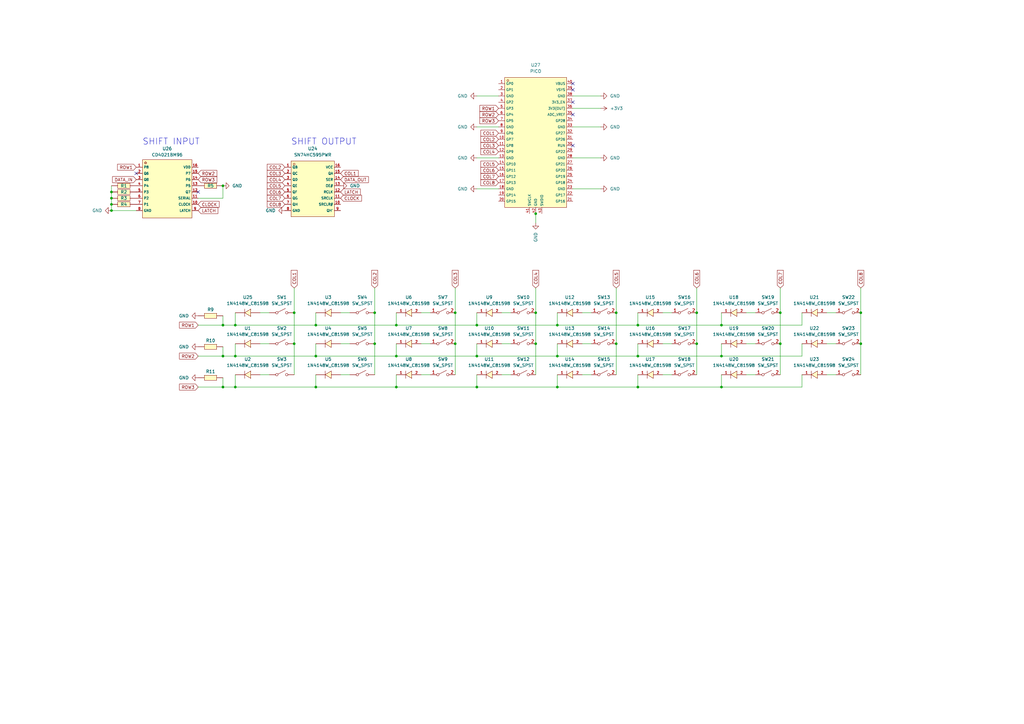
<source format=kicad_sch>
(kicad_sch (version 20230121) (generator eeschema)
  (paper "A3")
  (lib_symbols
    (symbol "0402WGF1002TCE_1" (pin_numbers hide) (pin_names hide)
      (property "Reference" "R" (at 0 1.27 0))
      (property "Value" "0402WGF1002TCE" (at 0 -2.54 0))
      (symbol "0402WGF1002TCE_1_0_1"
        (rectangle (start -2.54 1.016) (end 2.54 -1.016) (fill (type background)))
        (pin input line (at -5.08 0 0) (length 2.54) (name "1") (number "1"))
        (pin input line (at 5.08 0 180) (length 2.54) (name "2") (number "2"))
      )
    )
    (symbol "0402WGF1002TCE_2" (pin_numbers hide) (pin_names hide)
      (property "Reference" "R" (at 0 1.27 0))
      (property "Value" "0402WGF1002TCE" (at 0 -2.54 0))
      (symbol "0402WGF1002TCE_2_0_1"
        (rectangle (start -2.54 1.016) (end 2.54 -1.016) (fill (type background)))
        (pin input line (at -5.08 0 0) (length 2.54) (name "1") (number "1"))
        (pin input line (at 5.08 0 180) (length 2.54) (name "2") (number "2"))
      )
    )
    (symbol "0402WGF1002TCE_3" (pin_numbers hide) (pin_names hide)
      (property "Reference" "R" (at 0 1.27 0))
      (property "Value" "0402WGF1002TCE" (at 0 -2.54 0))
      (symbol "0402WGF1002TCE_3_0_1"
        (rectangle (start -2.54 1.016) (end 2.54 -1.016) (fill (type background)))
        (pin input line (at -5.08 0 0) (length 2.54) (name "1") (number "1"))
        (pin input line (at 5.08 0 180) (length 2.54) (name "2") (number "2"))
      )
    )
    (symbol "0402WGF1002TCE_4" (pin_numbers hide) (pin_names hide)
      (property "Reference" "R" (at 0 1.27 0))
      (property "Value" "0402WGF1002TCE" (at 0 -2.54 0))
      (symbol "0402WGF1002TCE_4_0_1"
        (rectangle (start -2.54 1.016) (end 2.54 -1.016) (fill (type background)))
        (pin input line (at -5.08 0 0) (length 2.54) (name "1") (number "1"))
        (pin input line (at 5.08 0 180) (length 2.54) (name "2") (number "2"))
      )
    )
    (symbol "0402WGF1002TCE_5" (pin_numbers hide) (pin_names hide)
      (property "Reference" "R" (at 0 1.27 0))
      (property "Value" "0402WGF1002TCE" (at 0 -2.54 0))
      (symbol "0402WGF1002TCE_5_0_1"
        (rectangle (start -2.54 1.016) (end 2.54 -1.016) (fill (type background)))
        (pin input line (at -5.08 0 0) (length 2.54) (name "1") (number "1"))
        (pin input line (at 5.08 0 180) (length 2.54) (name "2") (number "2"))
      )
    )
    (symbol "0402WGF1002TCE_6" (pin_numbers hide) (pin_names hide)
      (property "Reference" "R" (at 0 1.27 0))
      (property "Value" "0402WGF1002TCE" (at 0 -2.54 0))
      (symbol "0402WGF1002TCE_6_0_1"
        (rectangle (start -2.54 1.016) (end 2.54 -1.016) (fill (type background)))
        (pin input line (at -5.08 0 0) (length 2.54) (name "1") (number "1"))
        (pin input line (at 5.08 0 180) (length 2.54) (name "2") (number "2"))
      )
    )
    (symbol "0402WGF1002TCE_7" (pin_numbers hide) (pin_names hide)
      (property "Reference" "R" (at 0 1.27 0))
      (property "Value" "0402WGF1002TCE" (at 0 -2.54 0))
      (symbol "0402WGF1002TCE_7_0_1"
        (rectangle (start -2.54 1.016) (end 2.54 -1.016) (fill (type background)))
        (pin input line (at -5.08 0 0) (length 2.54) (name "1") (number "1"))
        (pin input line (at 5.08 0 180) (length 2.54) (name "2") (number "2"))
      )
    )
    (symbol "1N4148W_C81598_1" (pin_numbers hide) (pin_names hide)
      (property "Reference" "U" (at 0 1.27 0))
      (property "Value" "1N4148W_C81598" (at 0 -2.54 0))
      (symbol "1N4148W_C81598_1_0_1"
        (polyline (pts (xy -1.27 -1.524) (xy -1.27 1.524)))
        (polyline (pts (xy 1.27 1.524) (xy -1.27 0) (xy 1.27 -1.524) (xy 1.27 1.524)) (fill (type background)))
        (pin unspecified line (at -5.08 0 0) (length 3.81) (name "K") (number "1"))
        (pin unspecified line (at 5.08 0 180) (length 3.81) (name "A") (number "2"))
      )
    )
    (symbol "1N4148W_C81598_2" (pin_numbers hide) (pin_names hide)
      (property "Reference" "U" (at 0 1.27 0))
      (property "Value" "1N4148W_C81598" (at 0 -2.54 0))
      (symbol "1N4148W_C81598_2_0_1"
        (polyline (pts (xy -1.27 -1.524) (xy -1.27 1.524)))
        (polyline (pts (xy 1.27 1.524) (xy -1.27 0) (xy 1.27 -1.524) (xy 1.27 1.524)) (fill (type background)))
        (pin unspecified line (at -5.08 0 0) (length 3.81) (name "K") (number "1"))
        (pin unspecified line (at 5.08 0 180) (length 3.81) (name "A") (number "2"))
      )
    )
    (symbol "1N4148W_C81598_3" (pin_numbers hide) (pin_names hide)
      (property "Reference" "U" (at 0 1.27 0))
      (property "Value" "1N4148W_C81598" (at 0 -2.54 0))
      (symbol "1N4148W_C81598_3_0_1"
        (polyline (pts (xy -1.27 -1.524) (xy -1.27 1.524)))
        (polyline (pts (xy 1.27 1.524) (xy -1.27 0) (xy 1.27 -1.524) (xy 1.27 1.524)) (fill (type background)))
        (pin unspecified line (at -5.08 0 0) (length 3.81) (name "K") (number "1"))
        (pin unspecified line (at 5.08 0 180) (length 3.81) (name "A") (number "2"))
      )
    )
    (symbol "1N4148W_C81598_4" (pin_numbers hide) (pin_names hide)
      (property "Reference" "U" (at 0 1.27 0))
      (property "Value" "1N4148W_C81598" (at 0 -2.54 0))
      (symbol "1N4148W_C81598_4_0_1"
        (polyline (pts (xy -1.27 -1.524) (xy -1.27 1.524)))
        (polyline (pts (xy 1.27 1.524) (xy -1.27 0) (xy 1.27 -1.524) (xy 1.27 1.524)) (fill (type background)))
        (pin unspecified line (at -5.08 0 0) (length 3.81) (name "K") (number "1"))
        (pin unspecified line (at 5.08 0 180) (length 3.81) (name "A") (number "2"))
      )
    )
    (symbol "1N4148W_C81598_5" (pin_numbers hide) (pin_names hide)
      (property "Reference" "U" (at 0 1.27 0))
      (property "Value" "1N4148W_C81598" (at 0 -2.54 0))
      (symbol "1N4148W_C81598_5_0_1"
        (polyline (pts (xy -1.27 -1.524) (xy -1.27 1.524)))
        (polyline (pts (xy 1.27 1.524) (xy -1.27 0) (xy 1.27 -1.524) (xy 1.27 1.524)) (fill (type background)))
        (pin unspecified line (at -5.08 0 0) (length 3.81) (name "K") (number "1"))
        (pin unspecified line (at 5.08 0 180) (length 3.81) (name "A") (number "2"))
      )
    )
    (symbol "1N4148W_C81598_6" (pin_numbers hide) (pin_names hide)
      (property "Reference" "U" (at 0 1.27 0))
      (property "Value" "1N4148W_C81598" (at 0 -2.54 0))
      (symbol "1N4148W_C81598_6_0_1"
        (polyline (pts (xy -1.27 -1.524) (xy -1.27 1.524)))
        (polyline (pts (xy 1.27 1.524) (xy -1.27 0) (xy 1.27 -1.524) (xy 1.27 1.524)) (fill (type background)))
        (pin unspecified line (at -5.08 0 0) (length 3.81) (name "K") (number "1"))
        (pin unspecified line (at 5.08 0 180) (length 3.81) (name "A") (number "2"))
      )
    )
    (symbol "SW_SPST_1" (pin_numbers hide) (pin_names (offset 0) hide)
      (property "Reference" "SW" (at 0 3.175 0))
      (property "Value" "SW_SPST" (at 0 -2.54 0))
      (symbol "SW_SPST_1_0_0"
        (circle (center -2.032 0) (radius 0.508))
        (polyline (pts (xy -1.524 0.254) (xy 1.524 1.778)))
        (circle (center 2.032 0) (radius 0.508))
      )
      (symbol "SW_SPST_1_1_1"
        (pin passive line (at -5.08 0 0) (length 2.54) (name "A") (number "1"))
        (pin passive line (at 5.08 0 180) (length 2.54) (name "B") (number "2"))
      )
    )
    (symbol "SW_SPST_2" (pin_numbers hide) (pin_names (offset 0) hide)
      (property "Reference" "SW" (at 0 3.175 0))
      (property "Value" "SW_SPST" (at 0 -2.54 0))
      (symbol "SW_SPST_2_0_0"
        (circle (center -2.032 0) (radius 0.508))
        (polyline (pts (xy -1.524 0.254) (xy 1.524 1.778)))
        (circle (center 2.032 0) (radius 0.508))
      )
      (symbol "SW_SPST_2_1_1"
        (pin passive line (at -5.08 0 0) (length 2.54) (name "A") (number "1"))
        (pin passive line (at 5.08 0 180) (length 2.54) (name "B") (number "2"))
      )
    )
    (symbol "SW_SPST_3" (pin_numbers hide) (pin_names (offset 0) hide)
      (property "Reference" "SW" (at 0 3.175 0))
      (property "Value" "SW_SPST" (at 0 -2.54 0))
      (symbol "SW_SPST_3_0_0"
        (circle (center -2.032 0) (radius 0.508))
        (polyline (pts (xy -1.524 0.254) (xy 1.524 1.778)))
        (circle (center 2.032 0) (radius 0.508))
      )
      (symbol "SW_SPST_3_1_1"
        (pin passive line (at -5.08 0 0) (length 2.54) (name "A") (number "1"))
        (pin passive line (at 5.08 0 180) (length 2.54) (name "B") (number "2"))
      )
    )
    (symbol "SW_SPST_4" (pin_numbers hide) (pin_names (offset 0) hide)
      (property "Reference" "SW" (at 0 3.175 0))
      (property "Value" "SW_SPST" (at 0 -2.54 0))
      (symbol "SW_SPST_4_0_0"
        (circle (center -2.032 0) (radius 0.508))
        (polyline (pts (xy -1.524 0.254) (xy 1.524 1.778)))
        (circle (center 2.032 0) (radius 0.508))
      )
      (symbol "SW_SPST_4_1_1"
        (pin passive line (at -5.08 0 0) (length 2.54) (name "A") (number "1"))
        (pin passive line (at 5.08 0 180) (length 2.54) (name "B") (number "2"))
      )
    )
    (symbol "SW_SPST_5" (pin_numbers hide) (pin_names (offset 0) hide)
      (property "Reference" "SW" (at 0 3.175 0))
      (property "Value" "SW_SPST" (at 0 -2.54 0))
      (symbol "SW_SPST_5_0_0"
        (circle (center -2.032 0) (radius 0.508))
        (polyline (pts (xy -1.524 0.254) (xy 1.524 1.778)))
        (circle (center 2.032 0) (radius 0.508))
      )
      (symbol "SW_SPST_5_1_1"
        (pin passive line (at -5.08 0 0) (length 2.54) (name "A") (number "1"))
        (pin passive line (at 5.08 0 180) (length 2.54) (name "B") (number "2"))
      )
    )
    (symbol "SW_SPST_6" (pin_numbers hide) (pin_names (offset 0) hide)
      (property "Reference" "SW" (at 0 3.175 0))
      (property "Value" "SW_SPST" (at 0 -2.54 0))
      (symbol "SW_SPST_6_0_0"
        (circle (center -2.032 0) (radius 0.508))
        (polyline (pts (xy -1.524 0.254) (xy 1.524 1.778)))
        (circle (center 2.032 0) (radius 0.508))
      )
      (symbol "SW_SPST_6_1_1"
        (pin passive line (at -5.08 0 0) (length 2.54) (name "A") (number "1"))
        (pin passive line (at 5.08 0 180) (length 2.54) (name "B") (number "2"))
      )
    )
    (symbol "Switch:SW_SPST" (pin_names (offset 0) hide)
      (property "Reference" "SW" (at 0 3.175 0))
      (property "Value" "SW_SPST" (at 0 -2.54 0))
      (symbol "SW_SPST_0_0"
        (circle (center -2.032 0) (radius 0.508))
        (polyline (pts (xy -1.524 0.254) (xy 1.524 1.778)))
        (circle (center 2.032 0) (radius 0.508))
      )
      (symbol "SW_SPST_1_1"
        (pin passive line (at -5.08 0 0) (length 2.54) (name "A") (number "1"))
        (pin passive line (at 5.08 0 180) (length 2.54) (name "B") (number "2"))
      )
    )
    (symbol "power:+3V3" (power) (pin_names (offset 0))
      (property "Value" "+3V3" (at 0 3.556 0))
      (symbol "+3V3_0_1"
        (polyline (pts (xy -0.762 1.27) (xy 0 2.54)))
        (polyline (pts (xy 0 0) (xy 0 2.54)))
        (polyline (pts (xy 0 2.54) (xy 0.762 1.27)))
      )
      (symbol "+3V3_1_1"
        (pin power_in line (at 0 0 90) (length 0) hide (name "+3V3") (number "1"))
      )
    )
    (symbol "power:GND" (power) (pin_names (offset 0))
      (property "Value" "GND" (at 0 -3.81 0))
      (symbol "GND_0_1"
        (polyline (pts (xy 0 0) (xy 0 -1.27) (xy 1.27 -1.27) (xy 0 -2.54) (xy -1.27 -1.27) (xy 0 -1.27)))
      )
      (symbol "GND_1_1"
        (pin power_in line (at 0 0 270) (length 0) hide (name "GND") (number "1"))
      )
    )
    (symbol "vm-1:0402WGF1002TCE" (pin_numbers hide) (pin_names hide)
      (property "Reference" "R" (at 0 1.27 0))
      (property "Value" "0402WGF1002TCE" (at 0 -2.54 0))
      (symbol "0402WGF1002TCE_0_1"
        (rectangle (start -2.54 1.016) (end 2.54 -1.016) (fill (type background)))
        (pin input line (at -5.08 0 0) (length 2.54) (name "1") (number "1"))
        (pin input line (at 5.08 0 180) (length 2.54) (name "2") (number "2"))
      )
    )
    (symbol "vm-1:1N4148W_C81598" (pin_names hide)
      (property "Reference" "U" (at 0 1.27 0))
      (property "Value" "1N4148W_C81598" (at 0 -2.54 0))
      (symbol "1N4148W_C81598_0_1"
        (polyline (pts (xy -1.27 -1.524) (xy -1.27 1.524)))
        (polyline (pts (xy 1.27 1.524) (xy -1.27 0) (xy 1.27 -1.524) (xy 1.27 1.524)) (fill (type background)))
        (pin unspecified line (at -5.08 0 0) (length 3.81) (name "K") (number "1"))
        (pin unspecified line (at 5.08 0 180) (length 3.81) (name "A") (number "2"))
      )
    )
    (symbol "vm-1:CD4021BM96"
      (property "Reference" "U" (at 0 1.27 0))
      (property "Value" "CD4021BM96" (at 0 -2.54 0))
      (symbol "CD4021BM96_0_1"
        (rectangle (start -10.16 11.938) (end 10.16 -11.938) (fill (type background)))
        (circle (center -8.89 10.668) (radius 0.381) (fill (type background)))
        (circle (center -8.89 10.668) (radius 0.381) (fill (type background)))
        (pin unspecified line (at -12.7 8.89 0) (length 2.54) (name "P8") (number "1"))
        (pin unspecified line (at 12.7 -6.35 180) (length 2.54) (name "CLOCK") (number "10"))
        (pin unspecified line (at 12.7 -3.81 180) (length 2.54) (name "SERIAL") (number "11"))
        (pin unspecified line (at 12.7 -1.27 180) (length 2.54) (name "Q7") (number "12"))
        (pin unspecified line (at 12.7 1.27 180) (length 2.54) (name "P5") (number "13"))
        (pin unspecified line (at 12.7 3.81 180) (length 2.54) (name "P6") (number "14"))
        (pin unspecified line (at 12.7 6.35 180) (length 2.54) (name "P7") (number "15"))
        (pin unspecified line (at 12.7 8.89 180) (length 2.54) (name "VDD") (number "16"))
        (pin unspecified line (at -12.7 6.35 0) (length 2.54) (name "Q6") (number "2"))
        (pin unspecified line (at -12.7 3.81 0) (length 2.54) (name "Q8") (number "3"))
        (pin unspecified line (at -12.7 1.27 0) (length 2.54) (name "P4") (number "4"))
        (pin unspecified line (at -12.7 -1.27 0) (length 2.54) (name "P3") (number "5"))
        (pin unspecified line (at -12.7 -3.81 0) (length 2.54) (name "P2") (number "6"))
        (pin unspecified line (at -12.7 -6.35 0) (length 2.54) (name "P1") (number "7"))
        (pin unspecified line (at -12.7 -8.89 0) (length 2.54) (name "GND") (number "8"))
        (pin unspecified line (at 12.7 -8.89 180) (length 2.54) (name "LATCH") (number "9"))
      )
    )
    (symbol "vm-1:PICO"
      (property "Reference" "U" (at 0 1.27 0))
      (property "Value" "PICO" (at 0 -2.54 0))
      (symbol "PICO_0_1"
        (rectangle (start -12.7 27.9401) (end 12.7 -25.4001) (fill (type background)))
        (circle (center -11.43 26.6701) (radius 0.381) (fill (type background)))
        (pin unspecified line (at -15.24 25.4001 0) (length 2.54) (name "GP0") (number "1"))
        (pin unspecified line (at -15.24 2.54 0) (length 2.54) (name "GP7") (number "10"))
        (pin unspecified line (at -15.24 0 0) (length 2.54) (name "GP8") (number "11"))
        (pin unspecified line (at -15.24 -2.54 0) (length 2.54) (name "GP9") (number "12"))
        (pin unspecified line (at -15.24 -5.08 0) (length 2.54) (name "GND") (number "13"))
        (pin unspecified line (at -15.24 -7.62 0) (length 2.54) (name "GP10") (number "14"))
        (pin unspecified line (at -15.24 -10.16 0) (length 2.54) (name "GP11") (number "15"))
        (pin unspecified line (at -15.24 -12.7 0) (length 2.54) (name "GP12") (number "16"))
        (pin unspecified line (at -15.24 -15.24 0) (length 2.54) (name "GP13") (number "17"))
        (pin unspecified line (at -15.24 -17.78 0) (length 2.54) (name "GND") (number "18"))
        (pin unspecified line (at -15.24 -20.32 0) (length 2.54) (name "GP14") (number "19"))
        (pin unspecified line (at -15.24 22.86 0) (length 2.54) (name "GP1") (number "2"))
        (pin unspecified line (at -15.24 -22.86 0) (length 2.54) (name "GP15") (number "20"))
        (pin unspecified line (at 15.24 -22.86 180) (length 2.54) (name "GP16") (number "21"))
        (pin unspecified line (at 15.24 -20.32 180) (length 2.54) (name "GP17") (number "22"))
        (pin unspecified line (at 15.24 -17.78 180) (length 2.54) (name "GND") (number "23"))
        (pin unspecified line (at 15.24 -15.24 180) (length 2.54) (name "GP18") (number "24"))
        (pin unspecified line (at 15.24 -12.7 180) (length 2.54) (name "GP19") (number "25"))
        (pin unspecified line (at 15.24 -10.16 180) (length 2.54) (name "GP20") (number "26"))
        (pin unspecified line (at 15.24 -7.62 180) (length 2.54) (name "GP21") (number "27"))
        (pin unspecified line (at 15.24 -5.08 180) (length 2.54) (name "GND") (number "28"))
        (pin unspecified line (at 15.24 -2.54 180) (length 2.54) (name "GP22") (number "29"))
        (pin unspecified line (at -15.24 20.32 0) (length 2.54) (name "GND") (number "3"))
        (pin unspecified line (at 15.24 0 180) (length 2.54) (name "RUN") (number "30"))
        (pin unspecified line (at 15.24 2.54 180) (length 2.54) (name "GP26") (number "31"))
        (pin unspecified line (at 15.24 5.08 180) (length 2.54) (name "GP27") (number "32"))
        (pin unspecified line (at 15.24 7.62 180) (length 2.54) (name "GND") (number "33"))
        (pin unspecified line (at 15.24 10.16 180) (length 2.54) (name "GP28") (number "34"))
        (pin unspecified line (at 15.24 12.7 180) (length 2.54) (name "ADC_VREF") (number "35"))
        (pin unspecified line (at 15.24 15.24 180) (length 2.54) (name "3V3(OUT)") (number "36"))
        (pin unspecified line (at 15.24 17.78 180) (length 2.54) (name "3V3_EN") (number "37"))
        (pin unspecified line (at 15.24 20.32 180) (length 2.54) (name "GND") (number "38"))
        (pin unspecified line (at 15.24 22.86 180) (length 2.54) (name "VSYS") (number "39"))
        (pin unspecified line (at -15.24 17.78 0) (length 2.54) (name "GP2") (number "4"))
        (pin unspecified line (at 15.24 25.4001 180) (length 2.54) (name "VBUS") (number "40"))
        (pin unspecified line (at -2.54 -27.9401 90) (length 2.54) (name "SWCLK") (number "41"))
        (pin unspecified line (at 0 -27.9401 90) (length 2.54) (name "GND") (number "42"))
        (pin unspecified line (at 2.54 -27.9401 90) (length 2.54) (name "SWDIO") (number "43"))
        (pin unspecified line (at -15.24 15.24 0) (length 2.54) (name "GP3") (number "5"))
        (pin unspecified line (at -15.24 12.7 0) (length 2.54) (name "GP4") (number "6"))
        (pin unspecified line (at -15.24 10.16 0) (length 2.54) (name "GP5") (number "7"))
        (pin unspecified line (at -15.24 7.62 0) (length 2.54) (name "GND") (number "8"))
        (pin unspecified line (at -15.24 5.08 0) (length 2.54) (name "GP6") (number "9"))
      )
    )
    (symbol "vm-1:SN74HC595PWR"
      (property "Reference" "U" (at 0 1.27 0))
      (property "Value" "SN74HC595PWR" (at 0 -2.54 0))
      (symbol "SN74HC595PWR_0_1"
        (rectangle (start -8.89 11.43) (end 8.89 -11.43) (fill (type background)))
        (circle (center -7.62 10.16) (radius 0.381) (fill (type background)))
        (pin unspecified line (at -11.43 8.89 0) (length 2.54) (name "QB") (number "1"))
        (pin unspecified line (at 11.43 -6.35 180) (length 2.54) (name "SRCLR#") (number "10"))
        (pin unspecified line (at 11.43 -3.81 180) (length 2.54) (name "SRCLK") (number "11"))
        (pin unspecified line (at 11.43 -1.27 180) (length 2.54) (name "RCLK") (number "12"))
        (pin unspecified line (at 11.43 1.27 180) (length 2.54) (name "OE#") (number "13"))
        (pin unspecified line (at 11.43 3.81 180) (length 2.54) (name "SER") (number "14"))
        (pin unspecified line (at 11.43 6.35 180) (length 2.54) (name "QA") (number "15"))
        (pin unspecified line (at 11.43 8.89 180) (length 2.54) (name "VCC") (number "16"))
        (pin unspecified line (at -11.43 6.35 0) (length 2.54) (name "QC") (number "2"))
        (pin unspecified line (at -11.43 3.81 0) (length 2.54) (name "QD") (number "3"))
        (pin unspecified line (at -11.43 1.27 0) (length 2.54) (name "QE") (number "4"))
        (pin unspecified line (at -11.43 -1.27 0) (length 2.54) (name "QF") (number "5"))
        (pin unspecified line (at -11.43 -3.81 0) (length 2.54) (name "QG") (number "6"))
        (pin unspecified line (at -11.43 -6.35 0) (length 2.54) (name "QH") (number "7"))
        (pin unspecified line (at -11.43 -8.89 0) (length 2.54) (name "GND") (number "8"))
        (pin unspecified line (at 11.43 -8.89 180) (length 2.54) (name "QH'") (number "9"))
      )
    )
  )
  (junction (at 153.67 128.27))
  (junction (at 120.65 140.97))
  (junction (at 45.72 86.36))
  (junction (at 129.54 133.35))
  (junction (at 162.56 146.05))
  (junction (at 228.6 146.05))
  (junction (at 219.71 140.97))
  (junction (at 320.04 128.27))
  (junction (at 91.44 76.2))
  (junction (at 261.62 133.35))
  (junction (at 91.44 158.75))
  (junction (at 96.52 133.35))
  (junction (at 195.58 158.75))
  (junction (at 45.72 83.82))
  (junction (at 195.58 146.05))
  (junction (at 285.75 140.97))
  (junction (at 228.6 133.35))
  (junction (at 285.75 128.27))
  (junction (at 228.6 158.75))
  (junction (at 162.56 158.75))
  (junction (at 96.52 158.75))
  (junction (at 320.04 140.97))
  (junction (at 186.69 128.27))
  (junction (at 120.65 128.27))
  (junction (at 353.06 140.97))
  (junction (at 252.73 140.97))
  (junction (at 252.73 128.27))
  (junction (at 96.52 146.05))
  (junction (at 129.54 146.05))
  (junction (at 261.62 146.05))
  (junction (at 129.54 158.75))
  (junction (at 219.71 128.27))
  (junction (at 91.44 146.05))
  (junction (at 295.91 158.75))
  (junction (at 186.69 140.97))
  (junction (at 153.67 140.97))
  (junction (at 295.91 146.05))
  (junction (at 295.91 133.35))
  (junction (at 353.06 128.27))
  (junction (at 45.72 78.74))
  (junction (at 195.58 133.35))
  (junction (at 162.56 133.35))
  (junction (at 45.72 81.28))
  (junction (at 219.71 87.6301))
  (junction (at 261.62 158.75))
  (junction (at 91.44 133.35))
  (no_connect (at 234.95 36.83))
  (no_connect (at 55.88 71.12))
  (no_connect (at 234.95 46.99))
  (no_connect (at 234.95 41.91))
  (no_connect (at 234.95 34.29))
  (no_connect (at 234.95 59.69))
  (no_connect (at 81.28 78.74))
  (wire (pts (xy 162.56 128.27) (xy 162.56 133.35)))
  (wire (pts (xy 106.68 140.97) (xy 110.49 140.97)))
  (wire (pts (xy 129.54 133.35) (xy 162.56 133.35)))
  (wire (pts (xy 162.56 158.75) (xy 195.58 158.75)))
  (wire (pts (xy 96.52 133.35) (xy 129.54 133.35)))
  (wire (pts (xy 96.52 153.67) (xy 96.52 158.75)))
  (wire (pts (xy 261.62 133.35) (xy 295.91 133.35)))
  (wire (pts (xy 195.58 77.47) (xy 204.47 77.47)))
  (wire (pts (xy 120.65 118.11) (xy 120.65 128.27)))
  (wire (pts (xy 295.91 158.75) (xy 328.93 158.75)))
  (wire (pts (xy 271.78 153.67) (xy 275.59 153.67)))
  (wire (pts (xy 162.56 153.67) (xy 162.56 158.75)))
  (wire (pts (xy 96.52 158.75) (xy 129.54 158.75)))
  (wire (pts (xy 219.71 140.97) (xy 219.71 153.67)))
  (wire (pts (xy 353.06 140.97) (xy 353.06 153.67)))
  (wire (pts (xy 91.44 154.94) (xy 91.44 158.75)))
  (wire (pts (xy 339.09 128.27) (xy 342.9 128.27)))
  (wire (pts (xy 306.07 140.97) (xy 309.88 140.97)))
  (wire (pts (xy 252.73 118.11) (xy 252.73 128.27)))
  (wire (pts (xy 295.91 133.35) (xy 328.93 133.35)))
  (wire (pts (xy 261.62 128.27) (xy 261.62 133.35)))
  (wire (pts (xy 195.58 39.37) (xy 204.47 39.37)))
  (wire (pts (xy 91.44 76.2) (xy 91.44 81.28)))
  (wire (pts (xy 252.73 140.97) (xy 252.73 153.67)))
  (wire (pts (xy 195.58 140.97) (xy 195.58 146.05)))
  (wire (pts (xy 339.09 153.67) (xy 342.9 153.67)))
  (wire (pts (xy 96.52 140.97) (xy 96.52 146.05)))
  (wire (pts (xy 285.75 140.97) (xy 285.75 153.67)))
  (wire (pts (xy 91.44 142.24) (xy 91.44 146.05)))
  (wire (pts (xy 45.72 76.2) (xy 45.72 78.74)))
  (wire (pts (xy 261.62 146.05) (xy 295.91 146.05)))
  (wire (pts (xy 234.95 64.77) (xy 246.38 64.77)))
  (wire (pts (xy 295.91 153.67) (xy 295.91 158.75)))
  (wire (pts (xy 91.44 81.28) (xy 81.28 81.28)))
  (wire (pts (xy 172.72 128.27) (xy 176.53 128.27)))
  (wire (pts (xy 306.07 128.27) (xy 309.88 128.27)))
  (wire (pts (xy 219.71 128.27) (xy 219.71 140.97)))
  (wire (pts (xy 195.58 153.67) (xy 195.58 158.75)))
  (wire (pts (xy 91.44 146.05) (xy 96.52 146.05)))
  (wire (pts (xy 205.74 153.67) (xy 209.55 153.67)))
  (wire (pts (xy 96.52 128.27) (xy 96.52 133.35)))
  (wire (pts (xy 162.56 140.97) (xy 162.56 146.05)))
  (wire (pts (xy 195.58 158.75) (xy 228.6 158.75)))
  (wire (pts (xy 238.76 128.27) (xy 242.57 128.27)))
  (wire (pts (xy 129.54 158.75) (xy 162.56 158.75)))
  (wire (pts (xy 129.54 153.67) (xy 129.54 158.75)))
  (wire (pts (xy 271.78 140.97) (xy 275.59 140.97)))
  (wire (pts (xy 228.6 153.67) (xy 228.6 158.75)))
  (wire (pts (xy 91.44 129.54) (xy 91.44 133.35)))
  (wire (pts (xy 205.74 140.97) (xy 209.55 140.97)))
  (wire (pts (xy 120.65 128.27) (xy 120.65 140.97)))
  (wire (pts (xy 320.04 128.27) (xy 320.04 140.97)))
  (wire (pts (xy 353.06 128.27) (xy 353.06 140.97)))
  (wire (pts (xy 228.6 128.27) (xy 228.6 133.35)))
  (wire (pts (xy 172.72 140.97) (xy 176.53 140.97)))
  (wire (pts (xy 339.09 140.97) (xy 342.9 140.97)))
  (wire (pts (xy 153.67 128.27) (xy 153.67 140.97)))
  (wire (pts (xy 153.67 140.97) (xy 153.67 153.67)))
  (wire (pts (xy 234.95 52.07) (xy 246.38 52.07)))
  (wire (pts (xy 261.62 140.97) (xy 261.62 146.05)))
  (wire (pts (xy 172.72 153.67) (xy 176.53 153.67)))
  (wire (pts (xy 205.74 128.27) (xy 209.55 128.27)))
  (wire (pts (xy 228.6 133.35) (xy 261.62 133.35)))
  (wire (pts (xy 195.58 128.27) (xy 195.58 133.35)))
  (wire (pts (xy 129.54 140.97) (xy 129.54 146.05)))
  (wire (pts (xy 195.58 64.77) (xy 204.47 64.77)))
  (wire (pts (xy 285.75 118.11) (xy 285.75 128.27)))
  (wire (pts (xy 186.69 128.27) (xy 186.69 140.97)))
  (wire (pts (xy 234.95 44.45) (xy 246.38 44.45)))
  (wire (pts (xy 234.95 77.47) (xy 246.38 77.47)))
  (wire (pts (xy 328.93 140.97) (xy 328.93 146.05)))
  (wire (pts (xy 285.75 128.27) (xy 285.75 140.97)))
  (wire (pts (xy 320.04 140.97) (xy 320.04 153.67)))
  (wire (pts (xy 81.28 158.75) (xy 91.44 158.75)))
  (wire (pts (xy 81.28 133.35) (xy 91.44 133.35)))
  (wire (pts (xy 228.6 146.05) (xy 261.62 146.05)))
  (wire (pts (xy 45.72 83.82) (xy 45.72 86.36)))
  (wire (pts (xy 228.6 158.75) (xy 261.62 158.75)))
  (wire (pts (xy 195.58 146.05) (xy 228.6 146.05)))
  (wire (pts (xy 195.58 52.07) (xy 204.47 52.07)))
  (wire (pts (xy 139.7 128.27) (xy 143.51 128.27)))
  (wire (pts (xy 153.67 118.11) (xy 153.67 128.27)))
  (wire (pts (xy 353.06 118.11) (xy 353.06 128.27)))
  (wire (pts (xy 106.68 153.67) (xy 110.49 153.67)))
  (wire (pts (xy 219.71 118.11) (xy 219.71 128.27)))
  (wire (pts (xy 295.91 128.27) (xy 295.91 133.35)))
  (wire (pts (xy 295.91 146.05) (xy 328.93 146.05)))
  (wire (pts (xy 120.65 140.97) (xy 120.65 153.67)))
  (wire (pts (xy 320.04 118.11) (xy 320.04 128.27)))
  (wire (pts (xy 261.62 153.67) (xy 261.62 158.75)))
  (wire (pts (xy 91.44 133.35) (xy 96.52 133.35)))
  (wire (pts (xy 96.52 146.05) (xy 129.54 146.05)))
  (wire (pts (xy 234.95 39.37) (xy 246.38 39.37)))
  (wire (pts (xy 328.93 128.27) (xy 328.93 133.35)))
  (wire (pts (xy 261.62 158.75) (xy 295.91 158.75)))
  (wire (pts (xy 91.44 158.75) (xy 96.52 158.75)))
  (wire (pts (xy 45.72 78.74) (xy 45.72 81.28)))
  (wire (pts (xy 186.69 118.11) (xy 186.69 128.27)))
  (wire (pts (xy 219.71 87.6301) (xy 219.71 91.44)))
  (wire (pts (xy 81.28 146.05) (xy 91.44 146.05)))
  (wire (pts (xy 129.54 146.05) (xy 162.56 146.05)))
  (wire (pts (xy 129.54 128.27) (xy 129.54 133.35)))
  (wire (pts (xy 45.72 86.36) (xy 55.88 86.36)))
  (wire (pts (xy 162.56 146.05) (xy 195.58 146.05)))
  (wire (pts (xy 295.91 140.97) (xy 295.91 146.05)))
  (wire (pts (xy 306.07 153.67) (xy 309.88 153.67)))
  (wire (pts (xy 328.93 153.67) (xy 328.93 158.75)))
  (wire (pts (xy 238.76 153.67) (xy 242.57 153.67)))
  (wire (pts (xy 238.76 140.97) (xy 242.57 140.97)))
  (wire (pts (xy 45.72 81.28) (xy 45.72 83.82)))
  (wire (pts (xy 139.7 153.67) (xy 143.51 153.67)))
  (wire (pts (xy 252.73 128.27) (xy 252.73 140.97)))
  (wire (pts (xy 139.7 140.97) (xy 143.51 140.97)))
  (wire (pts (xy 195.58 133.35) (xy 228.6 133.35)))
  (wire (pts (xy 186.69 140.97) (xy 186.69 153.67)))
  (wire (pts (xy 106.68 128.27) (xy 110.49 128.27)))
  (wire (pts (xy 271.78 128.27) (xy 275.59 128.27)))
  (wire (pts (xy 228.6 140.97) (xy 228.6 146.05)))
  (wire (pts (xy 219.71 87.63) (xy 219.71 87.6301)))
  (wire (pts (xy 162.56 133.35) (xy 195.58 133.35)))
  (text "SHIFT INPUT" (at 58.42 59.69 0) (effects (font (size 2.54 2.54)) (justify left bottom)))
  (text "SHIFT OUTPUT" (at 119.38 59.69 0) (effects (font (size 2.54 2.54)) (justify left bottom)))
  (global_label "COL8" (shape input) (at 353.06 118.11 90) (property "Intersheetrefs" "${INTERSHEET_REFS}" (effects hide)))
  (global_label "LATCH" (shape input) (at 81.28 86.36 0) (property "Intersheetrefs" "${INTERSHEET_REFS}" (effects hide)))
  (global_label "COL7" (shape input) (at 204.47 72.39 180) (property "Intersheetrefs" "${INTERSHEET_REFS}" (effects hide)))
  (global_label "COL5" (shape input) (at 252.73 118.11 90) (property "Intersheetrefs" "${INTERSHEET_REFS}" (effects hide)))
  (global_label "COL2" (shape input) (at 116.84 68.58 180) (property "Intersheetrefs" "${INTERSHEET_REFS}" (effects hide)))
  (global_label "ROW2" (shape input) (at 81.28 146.05 180) (property "Intersheetrefs" "${INTERSHEET_REFS}" (effects hide)))
  (global_label "COL1" (shape input) (at 204.47 54.61 180) (property "Intersheetrefs" "${INTERSHEET_REFS}" (effects hide)))
  (global_label "ROW1" (shape input) (at 81.28 133.35 180) (property "Intersheetrefs" "${INTERSHEET_REFS}" (effects hide)))
  (global_label "COL3" (shape input) (at 204.47 59.69 180) (property "Intersheetrefs" "${INTERSHEET_REFS}" (effects hide)))
  (global_label "COL6" (shape input) (at 116.84 78.74 180) (property "Intersheetrefs" "${INTERSHEET_REFS}" (effects hide)))
  (global_label "COL4" (shape input) (at 116.84 73.66 180) (property "Intersheetrefs" "${INTERSHEET_REFS}" (effects hide)))
  (global_label "COL1" (shape input) (at 120.65 118.11 90) (property "Intersheetrefs" "${INTERSHEET_REFS}" (effects hide)))
  (global_label "ROW2" (shape input) (at 204.47 46.99 180) (property "Intersheetrefs" "${INTERSHEET_REFS}" (effects hide)))
  (global_label "COL4" (shape input) (at 219.71 118.11 90) (property "Intersheetrefs" "${INTERSHEET_REFS}" (effects hide)))
  (global_label "ROW3" (shape input) (at 204.47 49.53 180) (property "Intersheetrefs" "${INTERSHEET_REFS}" (effects hide)))
  (global_label "DATA_IN" (shape input) (at 55.88 73.66 180) (property "Intersheetrefs" "${INTERSHEET_REFS}" (effects hide)))
  (global_label "COL3" (shape input) (at 116.84 71.12 180) (property "Intersheetrefs" "${INTERSHEET_REFS}" (effects hide)))
  (global_label "ROW3" (shape input) (at 81.28 158.75 180) (property "Intersheetrefs" "${INTERSHEET_REFS}" (effects hide)))
  (global_label "COL3" (shape input) (at 186.69 118.11 90) (property "Intersheetrefs" "${INTERSHEET_REFS}" (effects hide)))
  (global_label "ROW1" (shape input) (at 55.88 68.58 180) (property "Intersheetrefs" "${INTERSHEET_REFS}" (effects hide)))
  (global_label "COL4" (shape input) (at 204.47 62.23 180) (property "Intersheetrefs" "${INTERSHEET_REFS}" (effects hide)))
  (global_label "COL7" (shape input) (at 116.84 81.28 180) (property "Intersheetrefs" "${INTERSHEET_REFS}" (effects hide)))
  (global_label "COL8" (shape input) (at 204.47 74.93 180) (property "Intersheetrefs" "${INTERSHEET_REFS}" (effects hide)))
  (global_label "CLOCK" (shape input) (at 81.28 83.82 0) (property "Intersheetrefs" "${INTERSHEET_REFS}" (effects hide)))
  (global_label "DATA_OUT" (shape input) (at 139.7 73.66 0) (property "Intersheetrefs" "${INTERSHEET_REFS}" (effects hide)))
  (global_label "ROW2" (shape input) (at 81.28 71.12 0) (property "Intersheetrefs" "${INTERSHEET_REFS}" (effects hide)))
  (global_label "COL7" (shape input) (at 320.04 118.11 90) (property "Intersheetrefs" "${INTERSHEET_REFS}" (effects hide)))
  (global_label "ROW1" (shape input) (at 204.47 44.45 180) (property "Intersheetrefs" "${INTERSHEET_REFS}" (effects hide)))
  (global_label "COL5" (shape input) (at 204.47 67.31 180) (property "Intersheetrefs" "${INTERSHEET_REFS}" (effects hide)))
  (global_label "COL8" (shape input) (at 116.84 83.82 180) (property "Intersheetrefs" "${INTERSHEET_REFS}" (effects hide)))
  (global_label "COL6" (shape input) (at 204.47 69.85 180) (property "Intersheetrefs" "${INTERSHEET_REFS}" (effects hide)))
  (global_label "COL5" (shape input) (at 116.84 76.2 180) (property "Intersheetrefs" "${INTERSHEET_REFS}" (effects hide)))
  (global_label "COL1" (shape input) (at 139.7 71.12 0) (property "Intersheetrefs" "${INTERSHEET_REFS}" (effects hide)))
  (global_label "LATCH" (shape input) (at 139.7 78.74 0) (property "Intersheetrefs" "${INTERSHEET_REFS}" (effects hide)))
  (global_label "ROW3" (shape input) (at 81.28 73.66 0) (property "Intersheetrefs" "${INTERSHEET_REFS}" (effects hide)))
  (global_label "CLOCK" (shape input) (at 139.7 81.28 0) (property "Intersheetrefs" "${INTERSHEET_REFS}" (effects hide)))
  (global_label "COL2" (shape input) (at 153.67 118.11 90) (property "Intersheetrefs" "${INTERSHEET_REFS}" (effects hide)))
  (global_label "COL2" (shape input) (at 204.47 57.15 180) (property "Intersheetrefs" "${INTERSHEET_REFS}" (effects hide)))
  (global_label "COL6" (shape input) (at 285.75 118.11 90) (property "Intersheetrefs" "${INTERSHEET_REFS}" (effects hide)))
  (symbol (lib_id "vm-1:0402WGF1002TCE") (at 86.36 154.94 0) (unit 1)
    (property "Reference" "R11" (at 86.36 152.4 0))
    (property "Value" "0402WGF1002TCE" (effects hide))
    (property "Footprint" "vm-1:R0402" (effects hide))
    (property "Datasheet" "https://item.szlcsc.com/323315.html" (effects hide))
    (property "LCSC" "C25744" (effects hide))
  )
  (symbol (lib_name "SW_SPST_6") (lib_id "Switch:SW_SPST") (at 148.59 153.67 0) (unit 1)
    (property "Reference" "SW6" (at 148.59 147.32 0))
    (property "Value" "SW_SPST" (at 148.59 149.86 0))
    (property "Footprint" "PCM_Switch_Keyboard_Cherry_MX:SW_Cherry_MX_PCB_1.00u" (effects hide))
  )
  (symbol (lib_id "vm-1:1N4148W_C81598") (at 200.66 153.67 0) (unit 1)
    (property "Reference" "U11" (at 200.66 147.32 0))
    (property "Value" "1N4148W_C81598" (at 200.66 149.86 0))
    (property "Footprint" "vm-1:SOD-123F_L2.7-W1.6-LS3.8-RD" (effects hide))
    (property "Datasheet" "http://www.jinghenggroup.com/DATABOOK2010/10ZENER/MM1Z2V0THRUMM1Z120SOD123.pdf" (effects hide))
    (property "LCSC" "C81598" (effects hide))
  )
  (symbol (lib_id "power:GND") (at 195.58 77.47 270) (mirror x) (unit 1)
    (property "Reference" "#PWR011" (effects hide))
    (property "Value" "GND" (at 191.77 77.47 90) (effects (justify right)))
  )
  (symbol (lib_id "Switch:SW_SPST") (at 280.67 128.27 0) (unit 1)
    (property "Reference" "SW16" (at 280.67 121.92 0))
    (property "Value" "SW_SPST" (at 280.67 124.46 0))
    (property "Footprint" "PCM_Switch_Keyboard_Cherry_MX:SW_Cherry_MX_PCB_1.00u" (effects hide))
  )
  (symbol (lib_id "power:GND") (at 116.84 86.36 270) (unit 1)
    (property "Reference" "#PWR01" (effects hide))
    (property "Value" "GND" (at 113.03 86.36 90) (effects (justify right)))
  )
  (symbol (lib_id "Switch:SW_SPST") (at 314.96 153.67 0) (unit 1)
    (property "Reference" "SW21" (at 314.96 147.32 0))
    (property "Value" "SW_SPST" (at 314.96 149.86 0))
    (property "Footprint" "PCM_Switch_Keyboard_Cherry_MX:SW_Cherry_MX_PCB_1.00u" (effects hide))
  )
  (symbol (lib_id "Switch:SW_SPST") (at 214.63 128.27 0) (unit 1)
    (property "Reference" "SW10" (at 214.63 121.92 0))
    (property "Value" "SW_SPST" (at 214.63 124.46 0))
    (property "Footprint" "PCM_Switch_Keyboard_Cherry_MX:SW_Cherry_MX_PCB_1.00u" (effects hide))
  )
  (symbol (lib_id "power:GND") (at 219.71 91.44 0) (mirror y) (unit 1)
    (property "Reference" "#PWR016" (effects hide))
    (property "Value" "GND" (at 219.71 95.25 90) (effects (justify right)))
  )
  (symbol (lib_name "1N4148W_C81598_6") (lib_id "vm-1:1N4148W_C81598") (at 134.62 153.67 0) (unit 1)
    (property "Reference" "U5" (at 134.62 147.32 0))
    (property "Value" "1N4148W_C81598" (at 134.62 149.86 0))
    (property "Footprint" "vm-1:SOD-123F_L2.7-W1.6-LS3.8-RD" (effects hide))
    (property "Datasheet" "http://www.jinghenggroup.com/DATABOOK2010/10ZENER/MM1Z2V0THRUMM1Z120SOD123.pdf" (effects hide))
    (property "LCSC" "C81598" (effects hide))
  )
  (symbol (lib_id "vm-1:PICO") (at 219.71 59.69 0) (unit 1)
    (property "Reference" "U27" (at 219.71 26.67 0))
    (property "Value" "PICO" (at 219.71 29.21 0))
    (property "Footprint" "vm-1:COMM-SMD_L51.0-W21.0-P2.54_SC0916" (effects hide))
    (property "Datasheet" "https://datasheets.raspberrypi.com/pico/pico-datasheet.pdf" (effects hide))
    (property "LCSC" "C7203002" (effects hide))
  )
  (symbol (lib_id "power:GND") (at 195.58 39.37 270) (mirror x) (unit 1)
    (property "Reference" "#PWR08" (effects hide))
    (property "Value" "GND" (at 191.77 39.37 90) (effects (justify right)))
  )
  (symbol (lib_id "vm-1:1N4148W_C81598") (at 167.64 128.27 0) (unit 1)
    (property "Reference" "U6" (at 167.64 121.92 0))
    (property "Value" "1N4148W_C81598" (at 167.64 124.46 0))
    (property "Footprint" "vm-1:SOD-123F_L2.7-W1.6-LS3.8-RD" (effects hide))
    (property "Datasheet" "http://www.jinghenggroup.com/DATABOOK2010/10ZENER/MM1Z2V0THRUMM1Z120SOD123.pdf" (effects hide))
    (property "LCSC" "C81598" (effects hide))
  )
  (symbol (lib_id "power:GND") (at 195.58 52.07 270) (mirror x) (unit 1)
    (property "Reference" "#PWR010" (effects hide))
    (property "Value" "GND" (at 191.77 52.07 90) (effects (justify right)))
  )
  (symbol (lib_name "1N4148W_C81598_1") (lib_id "vm-1:1N4148W_C81598") (at 101.6 128.27 0) (unit 1)
    (property "Reference" "U25" (at 101.6 121.92 0))
    (property "Value" "1N4148W_C81598" (at 101.6 124.46 0))
    (property "Footprint" "vm-1:SOD-123F_L2.7-W1.6-LS3.8-RD" (effects hide))
    (property "Datasheet" "http://www.jinghenggroup.com/DATABOOK2010/10ZENER/MM1Z2V0THRUMM1Z120SOD123.pdf" (effects hide))
    (property "LCSC" "C81598" (effects hide))
  )
  (symbol (lib_id "power:GND") (at 246.38 52.07 90) (unit 1)
    (property "Reference" "#PWR014" (effects hide))
    (property "Value" "GND" (at 250.19 52.07 90) (effects (justify right)))
  )
  (symbol (lib_id "Switch:SW_SPST") (at 314.96 128.27 0) (unit 1)
    (property "Reference" "SW19" (at 314.96 121.92 0))
    (property "Value" "SW_SPST" (at 314.96 124.46 0))
    (property "Footprint" "PCM_Switch_Keyboard_Cherry_MX:SW_Cherry_MX_PCB_1.00u" (effects hide))
  )
  (symbol (lib_name "0402WGF1002TCE_3") (lib_id "vm-1:0402WGF1002TCE") (at 50.8 78.74 0) (unit 1)
    (property "Reference" "R2" (at 50.8 78.74 0))
    (property "Value" "0402WGF1002TCE" (effects hide))
    (property "Footprint" "vm-1:R0402" (effects hide))
    (property "Datasheet" "https://item.szlcsc.com/323315.html" (effects hide))
    (property "LCSC" "C25744" (effects hide))
  )
  (symbol (lib_id "power:GND") (at 139.7 76.2 90) (unit 1)
    (property "Reference" "#PWR07" (effects hide))
    (property "Value" "GND" (at 143.51 76.2 90) (effects (justify right)))
  )
  (symbol (lib_id "Switch:SW_SPST") (at 247.65 153.67 0) (unit 1)
    (property "Reference" "SW15" (at 247.65 147.32 0))
    (property "Value" "SW_SPST" (at 247.65 149.86 0))
    (property "Footprint" "PCM_Switch_Keyboard_Cherry_MX:SW_Cherry_MX_PCB_1.00u" (effects hide))
  )
  (symbol (lib_name "0402WGF1002TCE_5") (lib_id "vm-1:0402WGF1002TCE") (at 50.8 83.82 0) (unit 1)
    (property "Reference" "R4" (at 50.8 83.82 0))
    (property "Value" "0402WGF1002TCE" (effects hide))
    (property "Footprint" "vm-1:R0402" (effects hide))
    (property "Datasheet" "https://item.szlcsc.com/323315.html" (effects hide))
    (property "LCSC" "C25744" (effects hide))
  )
  (symbol (lib_name "SW_SPST_2") (lib_id "Switch:SW_SPST") (at 115.57 140.97 0) (unit 1)
    (property "Reference" "SW2" (at 115.57 134.62 0))
    (property "Value" "SW_SPST" (at 115.57 137.16 0))
    (property "Footprint" "PCM_Switch_Keyboard_Cherry_MX:SW_Cherry_MX_PCB_1.00u" (effects hide))
  )
  (symbol (lib_id "power:GND") (at 81.28 142.24 270) (unit 1)
    (property "Reference" "#PWR04" (effects hide))
    (property "Value" "GND" (at 77.47 142.24 90) (effects (justify right)))
  )
  (symbol (lib_name "0402WGF1002TCE_2") (lib_id "vm-1:0402WGF1002TCE") (at 50.8 76.2 0) (unit 1)
    (property "Reference" "R1" (at 50.8 76.2 0))
    (property "Value" "0402WGF1002TCE" (effects hide))
    (property "Footprint" "vm-1:R0402" (effects hide))
    (property "Datasheet" "https://item.szlcsc.com/323315.html" (effects hide))
    (property "LCSC" "C25744" (effects hide))
  )
  (symbol (lib_id "vm-1:1N4148W_C81598") (at 334.01 153.67 0) (unit 1)
    (property "Reference" "U23" (at 334.01 147.32 0))
    (property "Value" "1N4148W_C81598" (at 334.01 149.86 0))
    (property "Footprint" "vm-1:SOD-123F_L2.7-W1.6-LS3.8-RD" (effects hide))
    (property "Datasheet" "http://www.jinghenggroup.com/DATABOOK2010/10ZENER/MM1Z2V0THRUMM1Z120SOD123.pdf" (effects hide))
    (property "LCSC" "C81598" (effects hide))
  )
  (symbol (lib_name "0402WGF1002TCE_6") (lib_id "vm-1:0402WGF1002TCE") (at 86.36 129.54 0) (unit 1)
    (property "Reference" "R9" (at 86.36 127 0))
    (property "Value" "0402WGF1002TCE" (effects hide))
    (property "Footprint" "vm-1:R0402" (effects hide))
    (property "Datasheet" "https://item.szlcsc.com/323315.html" (effects hide))
    (property "LCSC" "C25744" (effects hide))
  )
  (symbol (lib_id "power:GND") (at 81.28 129.54 270) (unit 1)
    (property "Reference" "#PWR03" (effects hide))
    (property "Value" "GND" (at 77.47 129.54 90) (effects (justify right)))
  )
  (symbol (lib_name "SW_SPST_5") (lib_id "Switch:SW_SPST") (at 148.59 140.97 0) (unit 1)
    (property "Reference" "SW5" (at 148.59 134.62 0))
    (property "Value" "SW_SPST" (at 148.59 137.16 0))
    (property "Footprint" "PCM_Switch_Keyboard_Cherry_MX:SW_Cherry_MX_PCB_1.00u" (effects hide))
  )
  (symbol (lib_id "vm-1:1N4148W_C81598") (at 266.7 140.97 0) (unit 1)
    (property "Reference" "U16" (at 266.7 134.62 0))
    (property "Value" "1N4148W_C81598" (at 266.7 137.16 0))
    (property "Footprint" "vm-1:SOD-123F_L2.7-W1.6-LS3.8-RD" (effects hide))
    (property "Datasheet" "http://www.jinghenggroup.com/DATABOOK2010/10ZENER/MM1Z2V0THRUMM1Z120SOD123.pdf" (effects hide))
    (property "LCSC" "C81598" (effects hide))
  )
  (symbol (lib_name "SW_SPST_4") (lib_id "Switch:SW_SPST") (at 148.59 128.27 0) (unit 1)
    (property "Reference" "SW4" (at 148.59 121.92 0))
    (property "Value" "SW_SPST" (at 148.59 124.46 0))
    (property "Footprint" "PCM_Switch_Keyboard_Cherry_MX:SW_Cherry_MX_PCB_1.00u" (effects hide))
  )
  (symbol (lib_name "0402WGF1002TCE_1") (lib_id "vm-1:0402WGF1002TCE") (at 86.36 76.2 0) (unit 1)
    (property "Reference" "R5" (at 86.36 76.2 0))
    (property "Value" "0402WGF1002TCE" (effects hide))
    (property "Footprint" "vm-1:R0402" (effects hide))
    (property "Datasheet" "https://item.szlcsc.com/323315.html" (effects hide))
    (property "LCSC" "C25744" (effects hide))
  )
  (symbol (lib_id "Switch:SW_SPST") (at 347.98 128.27 0) (unit 1)
    (property "Reference" "SW22" (at 347.98 121.92 0))
    (property "Value" "SW_SPST" (at 347.98 124.46 0))
    (property "Footprint" "PCM_Switch_Keyboard_Cherry_MX:SW_Cherry_MX_PCB_1.00u" (effects hide))
  )
  (symbol (lib_id "vm-1:1N4148W_C81598") (at 200.66 140.97 0) (unit 1)
    (property "Reference" "U10" (at 200.66 134.62 0))
    (property "Value" "1N4148W_C81598" (at 200.66 137.16 0))
    (property "Footprint" "vm-1:SOD-123F_L2.7-W1.6-LS3.8-RD" (effects hide))
    (property "Datasheet" "http://www.jinghenggroup.com/DATABOOK2010/10ZENER/MM1Z2V0THRUMM1Z120SOD123.pdf" (effects hide))
    (property "LCSC" "C81598" (effects hide))
  )
  (symbol (lib_name "SW_SPST_1") (lib_id "Switch:SW_SPST") (at 115.57 128.27 0) (unit 1)
    (property "Reference" "SW1" (at 115.57 121.92 0))
    (property "Value" "SW_SPST" (at 115.57 124.46 0))
    (property "Footprint" "PCM_Switch_Keyboard_Cherry_MX:SW_Cherry_MX_PCB_1.00u" (effects hide))
  )
  (symbol (lib_id "Switch:SW_SPST") (at 280.67 153.67 0) (unit 1)
    (property "Reference" "SW18" (at 280.67 147.32 0))
    (property "Value" "SW_SPST" (at 280.67 149.86 0))
    (property "Footprint" "PCM_Switch_Keyboard_Cherry_MX:SW_Cherry_MX_PCB_1.00u" (effects hide))
  )
  (symbol (lib_id "vm-1:1N4148W_C81598") (at 233.68 153.67 0) (unit 1)
    (property "Reference" "U14" (at 233.68 147.32 0))
    (property "Value" "1N4148W_C81598" (at 233.68 149.86 0))
    (property "Footprint" "vm-1:SOD-123F_L2.7-W1.6-LS3.8-RD" (effects hide))
    (property "Datasheet" "http://www.jinghenggroup.com/DATABOOK2010/10ZENER/MM1Z2V0THRUMM1Z120SOD123.pdf" (effects hide))
    (property "LCSC" "C81598" (effects hide))
  )
  (symbol (lib_id "power:GND") (at 246.38 64.77 90) (unit 1)
    (property "Reference" "#PWR013" (effects hide))
    (property "Value" "GND" (at 250.19 64.77 90) (effects (justify right)))
  )
  (symbol (lib_id "power:GND") (at 91.44 76.2 90) (mirror x) (unit 1)
    (property "Reference" "#PWR02" (effects hide))
    (property "Value" "GND" (at 95.25 76.2 90) (effects (justify right)))
  )
  (symbol (lib_id "power:+3V3") (at 246.38 44.45 270) (unit 1)
    (property "Reference" "#PWR017" (effects hide))
    (property "Value" "+3V3" (at 250.19 44.45 90) (effects (justify left)))
  )
  (symbol (lib_id "vm-1:1N4148W_C81598") (at 167.64 153.67 0) (unit 1)
    (property "Reference" "U8" (at 167.64 147.32 0))
    (property "Value" "1N4148W_C81598" (at 167.64 149.86 0))
    (property "Footprint" "vm-1:SOD-123F_L2.7-W1.6-LS3.8-RD" (effects hide))
    (property "Datasheet" "http://www.jinghenggroup.com/DATABOOK2010/10ZENER/MM1Z2V0THRUMM1Z120SOD123.pdf" (effects hide))
    (property "LCSC" "C81598" (effects hide))
  )
  (symbol (lib_id "vm-1:1N4148W_C81598") (at 334.01 128.27 0) (unit 1)
    (property "Reference" "U21" (at 334.01 121.92 0))
    (property "Value" "1N4148W_C81598" (at 334.01 124.46 0))
    (property "Footprint" "vm-1:SOD-123F_L2.7-W1.6-LS3.8-RD" (effects hide))
    (property "Datasheet" "http://www.jinghenggroup.com/DATABOOK2010/10ZENER/MM1Z2V0THRUMM1Z120SOD123.pdf" (effects hide))
    (property "LCSC" "C81598" (effects hide))
  )
  (symbol (lib_id "Switch:SW_SPST") (at 214.63 140.97 0) (unit 1)
    (property "Reference" "SW11" (at 214.63 134.62 0))
    (property "Value" "SW_SPST" (at 214.63 137.16 0))
    (property "Footprint" "PCM_Switch_Keyboard_Cherry_MX:SW_Cherry_MX_PCB_1.00u" (effects hide))
  )
  (symbol (lib_id "Switch:SW_SPST") (at 181.61 153.67 0) (unit 1)
    (property "Reference" "SW9" (at 181.61 147.32 0))
    (property "Value" "SW_SPST" (at 181.61 149.86 0))
    (property "Footprint" "PCM_Switch_Keyboard_Cherry_MX:SW_Cherry_MX_PCB_1.00u" (effects hide))
  )
  (symbol (lib_id "Switch:SW_SPST") (at 181.61 140.97 0) (unit 1)
    (property "Reference" "SW8" (at 181.61 134.62 0))
    (property "Value" "SW_SPST" (at 181.61 137.16 0))
    (property "Footprint" "PCM_Switch_Keyboard_Cherry_MX:SW_Cherry_MX_PCB_1.00u" (effects hide))
  )
  (symbol (lib_id "vm-1:1N4148W_C81598") (at 300.99 140.97 0) (unit 1)
    (property "Reference" "U19" (at 300.99 134.62 0))
    (property "Value" "1N4148W_C81598" (at 300.99 137.16 0))
    (property "Footprint" "vm-1:SOD-123F_L2.7-W1.6-LS3.8-RD" (effects hide))
    (property "Datasheet" "http://www.jinghenggroup.com/DATABOOK2010/10ZENER/MM1Z2V0THRUMM1Z120SOD123.pdf" (effects hide))
    (property "LCSC" "C81598" (effects hide))
  )
  (symbol (lib_id "power:GND") (at 81.28 154.94 270) (unit 1)
    (property "Reference" "#PWR05" (effects hide))
    (property "Value" "GND" (at 77.47 154.94 90) (effects (justify right)))
  )
  (symbol (lib_name "1N4148W_C81598_5") (lib_id "vm-1:1N4148W_C81598") (at 134.62 140.97 0) (unit 1)
    (property "Reference" "U4" (at 134.62 134.62 0))
    (property "Value" "1N4148W_C81598" (at 134.62 137.16 0))
    (property "Footprint" "vm-1:SOD-123F_L2.7-W1.6-LS3.8-RD" (effects hide))
    (property "Datasheet" "http://www.jinghenggroup.com/DATABOOK2010/10ZENER/MM1Z2V0THRUMM1Z120SOD123.pdf" (effects hide))
    (property "LCSC" "C81598" (effects hide))
  )
  (symbol (lib_id "vm-1:1N4148W_C81598") (at 233.68 140.97 0) (unit 1)
    (property "Reference" "U13" (at 233.68 134.62 0))
    (property "Value" "1N4148W_C81598" (at 233.68 137.16 0))
    (property "Footprint" "vm-1:SOD-123F_L2.7-W1.6-LS3.8-RD" (effects hide))
    (property "Datasheet" "http://www.jinghenggroup.com/DATABOOK2010/10ZENER/MM1Z2V0THRUMM1Z120SOD123.pdf" (effects hide))
    (property "LCSC" "C81598" (effects hide))
  )
  (symbol (lib_id "Switch:SW_SPST") (at 214.63 153.67 0) (unit 1)
    (property "Reference" "SW12" (at 214.63 147.32 0))
    (property "Value" "SW_SPST" (at 214.63 149.86 0))
    (property "Footprint" "PCM_Switch_Keyboard_Cherry_MX:SW_Cherry_MX_PCB_1.00u" (effects hide))
  )
  (symbol (lib_id "vm-1:1N4148W_C81598") (at 300.99 153.67 0) (unit 1)
    (property "Reference" "U20" (at 300.99 147.32 0))
    (property "Value" "1N4148W_C81598" (at 300.99 149.86 0))
    (property "Footprint" "vm-1:SOD-123F_L2.7-W1.6-LS3.8-RD" (effects hide))
    (property "Datasheet" "http://www.jinghenggroup.com/DATABOOK2010/10ZENER/MM1Z2V0THRUMM1Z120SOD123.pdf" (effects hide))
    (property "LCSC" "C81598" (effects hide))
  )
  (symbol (lib_id "vm-1:SN74HC595PWR") (at 128.27 77.47 0) (unit 1)
    (property "Reference" "U24" (at 128.27 60.96 0))
    (property "Value" "SN74HC595PWR" (at 128.27 63.5 0))
    (property "Footprint" "vm-1:TSSOP-16_L5.0-W4.4-P0.65-LS6.4-BL" (effects hide))
    (property "Datasheet" "https://item.szlcsc.com/6534.html" (effects hide))
    (property "LCSC" "C273642" (effects hide))
  )
  (symbol (lib_id "power:GND") (at 246.38 39.37 90) (unit 1)
    (property "Reference" "#PWR015" (effects hide))
    (property "Value" "GND" (at 250.19 39.37 90) (effects (justify right)))
  )
  (symbol (lib_id "vm-1:1N4148W_C81598") (at 334.01 140.97 0) (unit 1)
    (property "Reference" "U22" (at 334.01 134.62 0))
    (property "Value" "1N4148W_C81598" (at 334.01 137.16 0))
    (property "Footprint" "vm-1:SOD-123F_L2.7-W1.6-LS3.8-RD" (effects hide))
    (property "Datasheet" "http://www.jinghenggroup.com/DATABOOK2010/10ZENER/MM1Z2V0THRUMM1Z120SOD123.pdf" (effects hide))
    (property "LCSC" "C81598" (effects hide))
  )
  (symbol (lib_name "SW_SPST_3") (lib_id "Switch:SW_SPST") (at 115.57 153.67 0) (unit 1)
    (property "Reference" "SW3" (at 115.57 147.32 0))
    (property "Value" "SW_SPST" (at 115.57 149.86 0))
    (property "Footprint" "PCM_Switch_Keyboard_Cherry_MX:SW_Cherry_MX_PCB_1.00u" (effects hide))
  )
  (symbol (lib_id "Switch:SW_SPST") (at 181.61 128.27 0) (unit 1)
    (property "Reference" "SW7" (at 181.61 121.92 0))
    (property "Value" "SW_SPST" (at 181.61 124.46 0))
    (property "Footprint" "PCM_Switch_Keyboard_Cherry_MX:SW_Cherry_MX_PCB_1.00u" (effects hide))
  )
  (symbol (lib_id "power:GND") (at 246.38 77.47 90) (unit 1)
    (property "Reference" "#PWR012" (effects hide))
    (property "Value" "GND" (at 250.19 77.47 90) (effects (justify right)))
  )
  (symbol (lib_id "Switch:SW_SPST") (at 247.65 128.27 0) (unit 1)
    (property "Reference" "SW13" (at 247.65 121.92 0))
    (property "Value" "SW_SPST" (at 247.65 124.46 0))
    (property "Footprint" "PCM_Switch_Keyboard_Cherry_MX:SW_Cherry_MX_PCB_1.00u" (effects hide))
  )
  (symbol (lib_id "power:GND") (at 45.72 86.36 270) (unit 1)
    (property "Reference" "#PWR06" (effects hide))
    (property "Value" "GND" (at 41.91 86.36 90) (effects (justify right)))
  )
  (symbol (lib_id "vm-1:1N4148W_C81598") (at 200.66 128.27 0) (unit 1)
    (property "Reference" "U9" (at 200.66 121.92 0))
    (property "Value" "1N4148W_C81598" (at 200.66 124.46 0))
    (property "Footprint" "vm-1:SOD-123F_L2.7-W1.6-LS3.8-RD" (effects hide))
    (property "Datasheet" "http://www.jinghenggroup.com/DATABOOK2010/10ZENER/MM1Z2V0THRUMM1Z120SOD123.pdf" (effects hide))
    (property "LCSC" "C81598" (effects hide))
  )
  (symbol (lib_id "power:GND") (at 195.58 64.77 270) (mirror x) (unit 1)
    (property "Reference" "#PWR09" (effects hide))
    (property "Value" "GND" (at 191.77 64.77 90) (effects (justify right)))
  )
  (symbol (lib_id "Switch:SW_SPST") (at 347.98 140.97 0) (unit 1)
    (property "Reference" "SW23" (at 347.98 134.62 0))
    (property "Value" "SW_SPST" (at 347.98 137.16 0))
    (property "Footprint" "PCM_Switch_Keyboard_Cherry_MX:SW_Cherry_MX_PCB_1.00u" (effects hide))
  )
  (symbol (lib_id "vm-1:1N4148W_C81598") (at 266.7 153.67 0) (unit 1)
    (property "Reference" "U17" (at 266.7 147.32 0))
    (property "Value" "1N4148W_C81598" (at 266.7 149.86 0))
    (property "Footprint" "vm-1:SOD-123F_L2.7-W1.6-LS3.8-RD" (effects hide))
    (property "Datasheet" "http://www.jinghenggroup.com/DATABOOK2010/10ZENER/MM1Z2V0THRUMM1Z120SOD123.pdf" (effects hide))
    (property "LCSC" "C81598" (effects hide))
  )
  (symbol (lib_id "Switch:SW_SPST") (at 247.65 140.97 0) (unit 1)
    (property "Reference" "SW14" (at 247.65 134.62 0))
    (property "Value" "SW_SPST" (at 247.65 137.16 0))
    (property "Footprint" "PCM_Switch_Keyboard_Cherry_MX:SW_Cherry_MX_PCB_1.00u" (effects hide))
  )
  (symbol (lib_name "0402WGF1002TCE_7") (lib_id "vm-1:0402WGF1002TCE") (at 86.36 142.24 0) (unit 1)
    (property "Reference" "R10" (at 86.36 139.7 0))
    (property "Value" "0402WGF1002TCE" (effects hide))
    (property "Footprint" "vm-1:R0402" (effects hide))
    (property "Datasheet" "https://item.szlcsc.com/323315.html" (effects hide))
    (property "LCSC" "C25744" (effects hide))
  )
  (symbol (lib_id "vm-1:1N4148W_C81598") (at 233.68 128.27 0) (unit 1)
    (property "Reference" "U12" (at 233.68 121.92 0))
    (property "Value" "1N4148W_C81598" (at 233.68 124.46 0))
    (property "Footprint" "vm-1:SOD-123F_L2.7-W1.6-LS3.8-RD" (effects hide))
    (property "Datasheet" "http://www.jinghenggroup.com/DATABOOK2010/10ZENER/MM1Z2V0THRUMM1Z120SOD123.pdf" (effects hide))
    (property "LCSC" "C81598" (effects hide))
  )
  (symbol (lib_id "Switch:SW_SPST") (at 280.67 140.97 0) (unit 1)
    (property "Reference" "SW17" (at 280.67 134.62 0))
    (property "Value" "SW_SPST" (at 280.67 137.16 0))
    (property "Footprint" "PCM_Switch_Keyboard_Cherry_MX:SW_Cherry_MX_PCB_1.00u" (effects hide))
  )
  (symbol (lib_id "vm-1:1N4148W_C81598") (at 167.64 140.97 0) (unit 1)
    (property "Reference" "U7" (at 167.64 134.62 0))
    (property "Value" "1N4148W_C81598" (at 167.64 137.16 0))
    (property "Footprint" "vm-1:SOD-123F_L2.7-W1.6-LS3.8-RD" (effects hide))
    (property "Datasheet" "http://www.jinghenggroup.com/DATABOOK2010/10ZENER/MM1Z2V0THRUMM1Z120SOD123.pdf" (effects hide))
    (property "LCSC" "C81598" (effects hide))
  )
  (symbol (lib_id "Switch:SW_SPST") (at 314.96 140.97 0) (unit 1)
    (property "Reference" "SW20" (at 314.96 134.62 0))
    (property "Value" "SW_SPST" (at 314.96 137.16 0))
    (property "Footprint" "PCM_Switch_Keyboard_Cherry_MX:SW_Cherry_MX_PCB_1.00u" (effects hide))
  )
  (symbol (lib_name "1N4148W_C81598_4") (lib_id "vm-1:1N4148W_C81598") (at 134.62 128.27 0) (unit 1)
    (property "Reference" "U3" (at 134.62 121.92 0))
    (property "Value" "1N4148W_C81598" (at 134.62 124.46 0))
    (property "Footprint" "vm-1:SOD-123F_L2.7-W1.6-LS3.8-RD" (effects hide))
    (property "Datasheet" "http://www.jinghenggroup.com/DATABOOK2010/10ZENER/MM1Z2V0THRUMM1Z120SOD123.pdf" (effects hide))
    (property "LCSC" "C81598" (effects hide))
  )
  (symbol (lib_id "vm-1:CD4021BM96") (at 68.58 77.47 0) (unit 1)
    (property "Reference" "U26" (at 68.58 60.96 0))
    (property "Value" "CD4021BM96" (at 68.58 63.5 0))
    (property "Footprint" "vm-1:SOIC-16_L9.9-W3.9-P1.27-LS6.0-BL" (effects hide))
    (property "Datasheet" "http://datasheet.octopart.com/MC14076BDR2G-ON-Semiconductor-datasheet-608107.pdf" (effects hide))
    (property "LCSC" "C134120" (effects hide))
  )
  (symbol (lib_id "vm-1:1N4148W_C81598") (at 300.99 128.27 0) (unit 1)
    (property "Reference" "U18" (at 300.99 121.92 0))
    (property "Value" "1N4148W_C81598" (at 300.99 124.46 0))
    (property "Footprint" "vm-1:SOD-123F_L2.7-W1.6-LS3.8-RD" (effects hide))
    (property "Datasheet" "http://www.jinghenggroup.com/DATABOOK2010/10ZENER/MM1Z2V0THRUMM1Z120SOD123.pdf" (effects hide))
    (property "LCSC" "C81598" (effects hide))
  )
  (symbol (lib_id "vm-1:1N4148W_C81598") (at 266.7 128.27 0) (unit 1)
    (property "Reference" "U15" (at 266.7 121.92 0))
    (property "Value" "1N4148W_C81598" (at 266.7 124.46 0))
    (property "Footprint" "vm-1:SOD-123F_L2.7-W1.6-LS3.8-RD" (effects hide))
    (property "Datasheet" "http://www.jinghenggroup.com/DATABOOK2010/10ZENER/MM1Z2V0THRUMM1Z120SOD123.pdf" (effects hide))
    (property "LCSC" "C81598" (effects hide))
  )
  (symbol (lib_name "0402WGF1002TCE_4") (lib_id "vm-1:0402WGF1002TCE") (at 50.8 81.28 0) (unit 1)
    (property "Reference" "R3" (at 50.8 81.28 0))
    (property "Value" "0402WGF1002TCE" (effects hide))
    (property "Footprint" "vm-1:R0402" (effects hide))
    (property "Datasheet" "https://item.szlcsc.com/323315.html" (effects hide))
    (property "LCSC" "C25744" (effects hide))
  )
  (symbol (lib_name "1N4148W_C81598_3") (lib_id "vm-1:1N4148W_C81598") (at 101.6 153.67 0) (unit 1)
    (property "Reference" "U2" (at 101.6 147.32 0))
    (property "Value" "1N4148W_C81598" (at 101.6 149.86 0))
    (property "Footprint" "vm-1:SOD-123F_L2.7-W1.6-LS3.8-RD" (effects hide))
    (property "Datasheet" "http://www.jinghenggroup.com/DATABOOK2010/10ZENER/MM1Z2V0THRUMM1Z120SOD123.pdf" (effects hide))
    (property "LCSC" "C81598" (effects hide))
  )
  (symbol (lib_id "Switch:SW_SPST") (at 347.98 153.67 0) (unit 1)
    (property "Reference" "SW24" (at 347.98 147.32 0))
    (property "Value" "SW_SPST" (at 347.98 149.86 0))
    (property "Footprint" "PCM_Switch_Keyboard_Cherry_MX:SW_Cherry_MX_PCB_1.00u" (effects hide))
  )
  (symbol (lib_name "1N4148W_C81598_2") (lib_id "vm-1:1N4148W_C81598") (at 101.6 140.97 0) (unit 1)
    (property "Reference" "U1" (at 101.6 134.62 0))
    (property "Value" "1N4148W_C81598" (at 101.6 137.16 0))
    (property "Footprint" "vm-1:SOD-123F_L2.7-W1.6-LS3.8-RD" (effects hide))
    (property "Datasheet" "http://www.jinghenggroup.com/DATABOOK2010/10ZENER/MM1Z2V0THRUMM1Z120SOD123.pdf" (effects hide))
    (property "LCSC" "C81598" (effects hide))
  )
)
</source>
